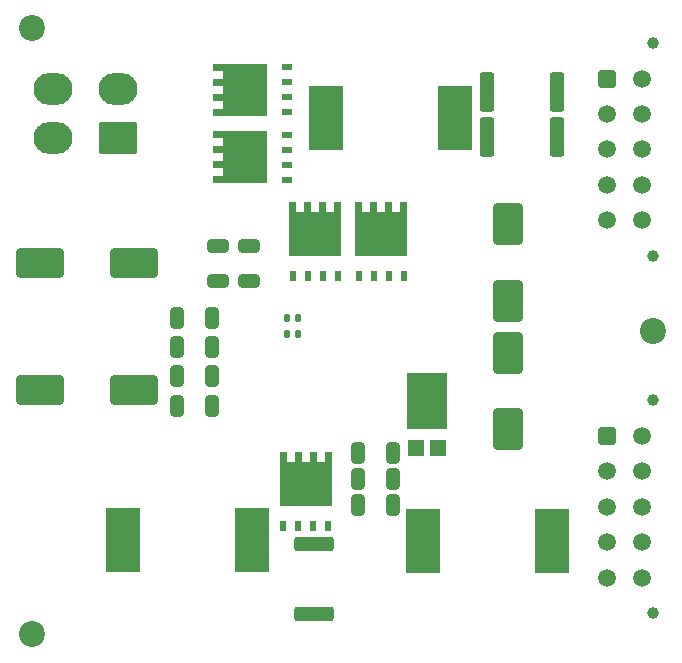
<source format=gbr>
G04 #@! TF.GenerationSoftware,KiCad,Pcbnew,(6.0.4)*
G04 #@! TF.CreationDate,2022-07-06T17:34:36+08:00*
G04 #@! TF.ProjectId,LTC3892_EVB,4c544333-3839-4325-9f45-56422e6b6963,rev?*
G04 #@! TF.SameCoordinates,Original*
G04 #@! TF.FileFunction,Soldermask,Bot*
G04 #@! TF.FilePolarity,Negative*
%FSLAX46Y46*%
G04 Gerber Fmt 4.6, Leading zero omitted, Abs format (unit mm)*
G04 Created by KiCad (PCBNEW (6.0.4)) date 2022-07-06 17:34:36*
%MOMM*%
%LPD*%
G01*
G04 APERTURE LIST*
G04 Aperture macros list*
%AMRoundRect*
0 Rectangle with rounded corners*
0 $1 Rounding radius*
0 $2 $3 $4 $5 $6 $7 $8 $9 X,Y pos of 4 corners*
0 Add a 4 corners polygon primitive as box body*
4,1,4,$2,$3,$4,$5,$6,$7,$8,$9,$2,$3,0*
0 Add four circle primitives for the rounded corners*
1,1,$1+$1,$2,$3*
1,1,$1+$1,$4,$5*
1,1,$1+$1,$6,$7*
1,1,$1+$1,$8,$9*
0 Add four rect primitives between the rounded corners*
20,1,$1+$1,$2,$3,$4,$5,0*
20,1,$1+$1,$4,$5,$6,$7,0*
20,1,$1+$1,$6,$7,$8,$9,0*
20,1,$1+$1,$8,$9,$2,$3,0*%
%AMFreePoly0*
4,1,17,2.675000,1.605000,1.875000,1.605000,1.875000,0.935000,2.675000,0.935000,2.675000,0.335000,1.875000,0.335000,1.875000,-0.335000,2.675000,-0.335000,2.675000,-0.935000,1.875000,-0.935000,1.875000,-1.605000,2.675000,-1.605000,2.675000,-2.205000,-1.875000,-2.205000,-1.875000,2.205000,2.675000,2.205000,2.675000,1.605000,2.675000,1.605000,$1*%
G04 Aperture macros list end*
%ADD10C,2.200000*%
%ADD11RoundRect,0.250000X1.750000X1.000000X-1.750000X1.000000X-1.750000X-1.000000X1.750000X-1.000000X0*%
%ADD12RoundRect,0.249999X-0.325001X-0.650001X0.325001X-0.650001X0.325001X0.650001X-0.325001X0.650001X0*%
%ADD13RoundRect,0.250000X-1.000000X1.500000X-1.000000X-1.500000X1.000000X-1.500000X1.000000X1.500000X0*%
%ADD14RoundRect,0.249999X0.325001X0.650001X-0.325001X0.650001X-0.325001X-0.650001X0.325001X-0.650001X0*%
%ADD15RoundRect,0.249999X-0.650001X0.325001X-0.650001X-0.325001X0.650001X-0.325001X0.650001X0.325001X0*%
%ADD16RoundRect,0.147500X-0.147500X-0.172500X0.147500X-0.172500X0.147500X0.172500X-0.147500X0.172500X0*%
%ADD17R,1.390000X1.400000*%
%ADD18R,3.360000X4.860000*%
%ADD19R,2.900000X5.400000*%
%ADD20FreePoly0,90.000000*%
%ADD21R,0.500000X0.850000*%
%ADD22FreePoly0,180.000000*%
%ADD23R,0.850000X0.500000*%
%ADD24RoundRect,0.249999X-1.425001X0.362501X-1.425001X-0.362501X1.425001X-0.362501X1.425001X0.362501X0*%
%ADD25RoundRect,0.249999X0.362501X1.425001X-0.362501X1.425001X-0.362501X-1.425001X0.362501X-1.425001X0*%
%ADD26RoundRect,0.250000X0.362500X1.425000X-0.362500X1.425000X-0.362500X-1.425000X0.362500X-1.425000X0*%
%ADD27C,1.000000*%
%ADD28RoundRect,0.250000X-0.500000X0.500000X-0.500000X-0.500000X0.500000X-0.500000X0.500000X0.500000X0*%
%ADD29C,1.500000*%
%ADD30RoundRect,0.250001X1.399999X-1.099999X1.399999X1.099999X-1.399999X1.099999X-1.399999X-1.099999X0*%
%ADD31O,3.300000X2.700000*%
G04 APERTURE END LIST*
D10*
G04 #@! TO.C,H1*
X114800000Y-112900000D03*
G04 #@! TD*
G04 #@! TO.C,H2*
X114800000Y-61600000D03*
G04 #@! TD*
G04 #@! TO.C,H3*
X167400000Y-87200000D03*
G04 #@! TD*
D11*
G04 #@! TO.C,C1*
X123500000Y-92200000D03*
X115500000Y-92200000D03*
G04 #@! TD*
D12*
G04 #@! TO.C,C2*
X127125000Y-93600000D03*
X130075000Y-93600000D03*
G04 #@! TD*
G04 #@! TO.C,C3*
X127125000Y-91077778D03*
X130075000Y-91077778D03*
G04 #@! TD*
G04 #@! TO.C,C4*
X127125000Y-88555556D03*
X130075000Y-88555556D03*
G04 #@! TD*
D13*
G04 #@! TO.C,C16*
X155100000Y-89050000D03*
X155100000Y-95550000D03*
G04 #@! TD*
D14*
G04 #@! TO.C,C18*
X145375000Y-97600000D03*
X142425000Y-97600000D03*
G04 #@! TD*
G04 #@! TO.C,C19*
X145375000Y-102000000D03*
X142425000Y-102000000D03*
G04 #@! TD*
G04 #@! TO.C,C20*
X145375000Y-99800000D03*
X142425000Y-99800000D03*
G04 #@! TD*
D15*
G04 #@! TO.C,C22*
X133200000Y-80025000D03*
X133200000Y-82975000D03*
G04 #@! TD*
G04 #@! TO.C,C24*
X130600000Y-80025000D03*
X130600000Y-82975000D03*
G04 #@! TD*
D16*
G04 #@! TO.C,D1*
X136415000Y-86100000D03*
X137385000Y-86100000D03*
G04 #@! TD*
G04 #@! TO.C,D2*
X136415000Y-87500000D03*
X137385000Y-87500000D03*
G04 #@! TD*
D17*
G04 #@! TO.C,D3*
X149220000Y-97156000D03*
X147380000Y-97156000D03*
D18*
X148300000Y-93174000D03*
G04 #@! TD*
D19*
G04 #@! TO.C,L1*
X158850000Y-105000000D03*
X147950000Y-105000000D03*
G04 #@! TD*
G04 #@! TO.C,L2*
X122550000Y-104900000D03*
X133450000Y-104900000D03*
G04 #@! TD*
G04 #@! TO.C,L3*
X139750000Y-69200000D03*
X150650000Y-69200000D03*
G04 #@! TD*
D20*
G04 #@! TO.C,Q1*
X138000000Y-100150000D03*
D21*
X139905000Y-103700000D03*
X138635000Y-103700000D03*
X137365000Y-103700000D03*
X136095000Y-103700000D03*
G04 #@! TD*
D20*
G04 #@! TO.C,Q2*
X138800000Y-78990000D03*
D21*
X140705000Y-82540000D03*
X139435000Y-82540000D03*
X138165000Y-82540000D03*
X136895000Y-82540000D03*
G04 #@! TD*
D22*
G04 #@! TO.C,Q3*
X132850000Y-72500000D03*
D23*
X136400000Y-70595000D03*
X136400000Y-71865000D03*
X136400000Y-73135000D03*
X136400000Y-74405000D03*
G04 #@! TD*
D24*
G04 #@! TO.C,R12*
X138700000Y-105237500D03*
X138700000Y-111162500D03*
G04 #@! TD*
D25*
G04 #@! TO.C,R14*
X159292500Y-70800000D03*
X153367500Y-70800000D03*
G04 #@! TD*
D13*
G04 #@! TO.C,C29*
X155100000Y-78150000D03*
X155100000Y-84650000D03*
G04 #@! TD*
D11*
G04 #@! TO.C,C32*
X123500000Y-81500000D03*
X115500000Y-81500000D03*
G04 #@! TD*
D22*
G04 #@! TO.C,Q4*
X132850000Y-66800000D03*
D23*
X136400000Y-64895000D03*
X136400000Y-66165000D03*
X136400000Y-67435000D03*
X136400000Y-68705000D03*
G04 #@! TD*
D20*
G04 #@! TO.C,Q5*
X144400000Y-78990000D03*
D21*
X146305000Y-82540000D03*
X145035000Y-82540000D03*
X143765000Y-82540000D03*
X142495000Y-82540000D03*
G04 #@! TD*
D26*
G04 #@! TO.C,R17*
X159292500Y-67000000D03*
X153367500Y-67000000D03*
G04 #@! TD*
D27*
G04 #@! TO.C,J1*
X167440000Y-62860000D03*
X167440000Y-80860000D03*
D28*
X163500000Y-65860000D03*
D29*
X163500000Y-68860000D03*
X163500000Y-71860000D03*
X163500000Y-74860000D03*
X163500000Y-77860000D03*
X166500000Y-65860000D03*
X166500000Y-68860000D03*
X166500000Y-71860000D03*
X166500000Y-74860000D03*
X166500000Y-77860000D03*
G04 #@! TD*
D27*
G04 #@! TO.C,J2*
X167440000Y-93110000D03*
X167440000Y-111110000D03*
D28*
X163500000Y-96110000D03*
D29*
X163500000Y-99110000D03*
X163500000Y-102110000D03*
X163500000Y-105110000D03*
X163500000Y-108110000D03*
X166500000Y-96110000D03*
X166500000Y-99110000D03*
X166500000Y-102110000D03*
X166500000Y-105110000D03*
X166500000Y-108110000D03*
G04 #@! TD*
D30*
G04 #@! TO.C,J3*
X122100000Y-70900000D03*
D31*
X122100000Y-66700000D03*
X116600000Y-70900000D03*
X116600000Y-66700000D03*
G04 #@! TD*
D14*
G04 #@! TO.C,Cx1*
X130075000Y-86100000D03*
X127125000Y-86100000D03*
G04 #@! TD*
M02*

</source>
